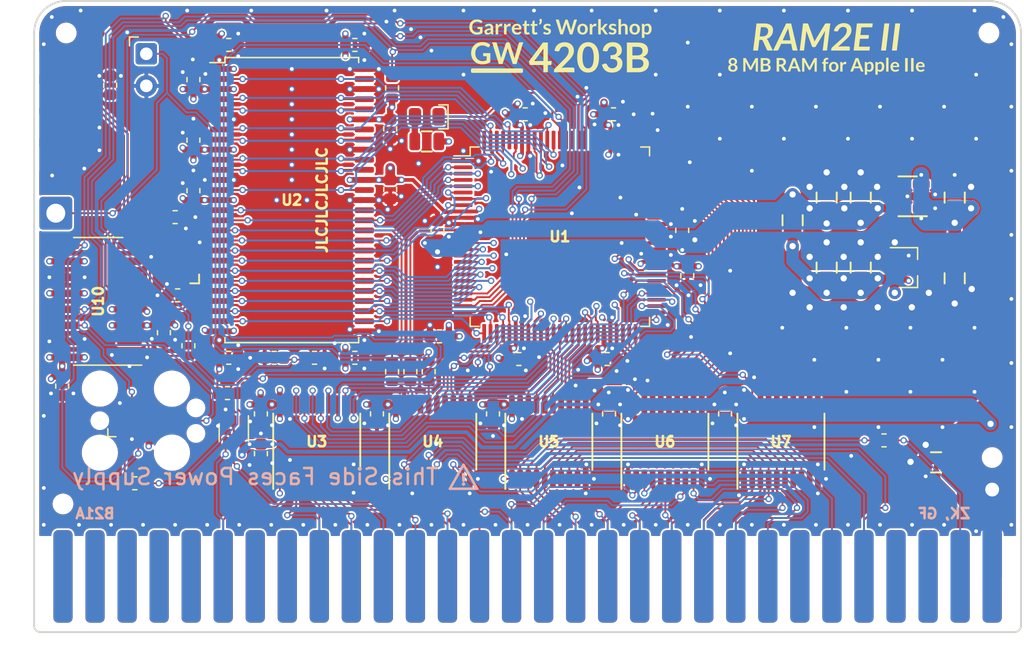
<source format=kicad_pcb>
(kicad_pcb (version 20221018) (generator pcbnew)

  (general
    (thickness 1.6108)
  )

  (paper "A4")
  (title_block
    (title "GW4203B (RAM2E II) - EPM240 / 5M240Z / AG256")
    (date "2024-04-24")
    (rev "2.1")
    (company "Garrett's Workshop")
  )

  (layers
    (0 "F.Cu" signal)
    (1 "In1.Cu" power)
    (2 "In2.Cu" power)
    (31 "B.Cu" signal)
    (32 "B.Adhes" user "B.Adhesive")
    (33 "F.Adhes" user "F.Adhesive")
    (34 "B.Paste" user)
    (35 "F.Paste" user)
    (36 "B.SilkS" user "B.Silkscreen")
    (37 "F.SilkS" user "F.Silkscreen")
    (38 "B.Mask" user)
    (39 "F.Mask" user)
    (40 "Dwgs.User" user "User.Drawings")
    (41 "Cmts.User" user "User.Comments")
    (42 "Eco1.User" user "User.Eco1")
    (43 "Eco2.User" user "User.Eco2")
    (44 "Edge.Cuts" user)
    (45 "Margin" user)
    (46 "B.CrtYd" user "B.Courtyard")
    (47 "F.CrtYd" user "F.Courtyard")
    (48 "B.Fab" user)
    (49 "F.Fab" user)
  )

  (setup
    (stackup
      (layer "F.SilkS" (type "Top Silk Screen"))
      (layer "F.Paste" (type "Top Solder Paste"))
      (layer "F.Mask" (type "Top Solder Mask") (thickness 0.01))
      (layer "F.Cu" (type "copper") (thickness 0.035))
      (layer "dielectric 1" (type "core") (thickness 0.2104) (material "FR4") (epsilon_r 4.6) (loss_tangent 0.02))
      (layer "In1.Cu" (type "copper") (thickness 0.0175))
      (layer "dielectric 2" (type "prepreg") (thickness 1.065) (material "FR4") (epsilon_r 4.5) (loss_tangent 0.02))
      (layer "In2.Cu" (type "copper") (thickness 0.0175))
      (layer "dielectric 3" (type "core") (thickness 0.2104) (material "FR4") (epsilon_r 4.6) (loss_tangent 0.02))
      (layer "B.Cu" (type "copper") (thickness 0.035))
      (layer "B.Mask" (type "Bottom Solder Mask") (thickness 0.01))
      (layer "B.Paste" (type "Bottom Solder Paste"))
      (layer "B.SilkS" (type "Bottom Silk Screen"))
      (copper_finish "None")
      (dielectric_constraints no)
    )
    (pad_to_mask_clearance 0.0762)
    (solder_mask_min_width 0.127)
    (pad_to_paste_clearance -0.0381)
    (pcbplotparams
      (layerselection 0x00010f8_ffffffff)
      (plot_on_all_layers_selection 0x0000000_00000000)
      (disableapertmacros false)
      (usegerberextensions true)
      (usegerberattributes false)
      (usegerberadvancedattributes false)
      (creategerberjobfile false)
      (dashed_line_dash_ratio 12.000000)
      (dashed_line_gap_ratio 3.000000)
      (svgprecision 4)
      (plotframeref false)
      (viasonmask false)
      (mode 1)
      (useauxorigin false)
      (hpglpennumber 1)
      (hpglpenspeed 20)
      (hpglpendiameter 15.000000)
      (dxfpolygonmode true)
      (dxfimperialunits true)
      (dxfusepcbnewfont true)
      (psnegative false)
      (psa4output false)
      (plotreference true)
      (plotvalue true)
      (plotinvisibletext false)
      (sketchpadsonfab false)
      (subtractmaskfromsilk true)
      (outputformat 1)
      (mirror false)
      (drillshape 0)
      (scaleselection 1)
      (outputdirectory "gerber/")
    )
  )

  (net 0 "")
  (net 1 "+5V")
  (net 2 "GND")
  (net 3 "/Vid7M")
  (net 4 "/~{SYNC}")
  (net 5 "/~{PRAS}")
  (net 6 "/VC")
  (net 7 "/~{C07X}")
  (net 8 "/~{WNDW}")
  (net 9 "/SEGA")
  (net 10 "/ROMEN1")
  (net 11 "/ROMEN2")
  (net 12 "/MD7")
  (net 13 "/MD6")
  (net 14 "/MD5")
  (net 15 "/MD4")
  (net 16 "/PHI0")
  (net 17 "/~{CLRGAT}")
  (net 18 "/~{80VID}")
  (net 19 "/~{PCAS}")
  (net 20 "/~{LDPS}")
  (net 21 "/R~{W}80")
  (net 22 "/PHI1")
  (net 23 "/~{CASEN}")
  (net 24 "/MD3")
  (net 25 "/MD2")
  (net 26 "/MD1")
  (net 27 "/MD0")
  (net 28 "/H0")
  (net 29 "/AN3")
  (net 30 "/~{EN80}")
  (net 31 "/~{ALTVID}")
  (net 32 "/~{SEROUT}")
  (net 33 "/~{ENVID}")
  (net 34 "/R~{W}")
  (net 35 "/Q3")
  (net 36 "/SEGB")
  (net 37 "/~{RA9}")
  (net 38 "/~{RA10}")
  (net 39 "/GR")
  (net 40 "/~{ENTMG}")
  (net 41 "/MA6")
  (net 42 "/MA5")
  (net 43 "/MA4")
  (net 44 "/MA3")
  (net 45 "/MA2")
  (net 46 "/MA1")
  (net 47 "/MA0")
  (net 48 "/MA7")
  (net 49 "/C7M")
  (net 50 "/C14M")
  (net 51 "/C3M58")
  (net 52 "/VD0")
  (net 53 "/VD1")
  (net 54 "/VD2")
  (net 55 "/VD3")
  (net 56 "/VD4")
  (net 57 "/VD5")
  (net 58 "/VD6")
  (net 59 "/VD7")
  (net 60 "+3V3")
  (net 61 "/TDI")
  (net 62 "Net-(D1-A)")
  (net 63 "Net-(U10-XO)")
  (net 64 "Net-(U10-XI)")
  (net 65 "/TMS")
  (net 66 "/TDO")
  (net 67 "/TCK")
  (net 68 "/RD5")
  (net 69 "/RD4")
  (net 70 "/RD3")
  (net 71 "/RD2")
  (net 72 "/RD7")
  (net 73 "/RD6")
  (net 74 "/RD0")
  (net 75 "/RD1")
  (net 76 "/DQMH")
  (net 77 "/~{WE}")
  (net 78 "/~{CAS}")
  (net 79 "/CKE")
  (net 80 "/~{RAS}")
  (net 81 "/BA0")
  (net 82 "/RA11")
  (net 83 "/~{CS}")
  (net 84 "/BA1")
  (net 85 "/RA9")
  (net 86 "/RA10")
  (net 87 "/RA8")
  (net 88 "/RA0")
  (net 89 "/RA7")
  (net 90 "/RA1")
  (net 91 "/RA6")
  (net 92 "/RA4")
  (net 93 "/RA3")
  (net 94 "/~{EN80}in")
  (net 95 "/RA5")
  (net 96 "/RA2")
  (net 97 "/R~{W}80in")
  (net 98 "/Ain5")
  (net 99 "/PHI1in")
  (net 100 "/Ain6")
  (net 101 "/USB5V")
  (net 102 "Net-(U4-B2)")
  (net 103 "Net-(U4-B0)")
  (net 104 "unconnected-(U1-IO2_61-Pad61)")
  (net 105 "/DQML")
  (net 106 "/~{C07X}in")
  (net 107 "/R~{W}in")
  (net 108 "/Ain0")
  (net 109 "/Ain1")
  (net 110 "/Ain2")
  (net 111 "/Ain3")
  (net 112 "/Ain4")
  (net 113 "/Ain7")
  (net 114 "/Din0")
  (net 115 "/Din1")
  (net 116 "/Din2")
  (net 117 "/Din3")
  (net 118 "/Din4")
  (net 119 "/Din5")
  (net 120 "/Din6")
  (net 121 "/Din7")
  (net 122 "/V~{OE}")
  (net 123 "/Vout7")
  (net 124 "/Vout6")
  (net 125 "/Vout5")
  (net 126 "/Vout4")
  (net 127 "/Vout3")
  (net 128 "/Vout2")
  (net 129 "/Vout1")
  (net 130 "/Vout0")
  (net 131 "/D~{OE}")
  (net 132 "/Dout0")
  (net 133 "/Dout1")
  (net 134 "/Dout2")
  (net 135 "/Dout3")
  (net 136 "/Dout4")
  (net 137 "/Dout5")
  (net 138 "/Dout6")
  (net 139 "/Dout7")
  (net 140 "/RCLK")
  (net 141 "/ACLK")
  (net 142 "unconnected-(U1-IO2_66-Pad66)")
  (net 143 "/~{FRCTXT}")
  (net 144 "unconnected-(U1-IO2_78-Pad78)")
  (net 145 "unconnected-(U1-IO2_81-Pad81)")
  (net 146 "unconnected-(U1-IO2_82-Pad82)")
  (net 147 "unconnected-(U1-IO2_83-Pad83)")
  (net 148 "/~{80VID}in")
  (net 149 "+1V8")
  (net 150 "unconnected-(U1-IO2_86-Pad86)")
  (net 151 "/C14MB")
  (net 152 "/C14MR")
  (net 153 "unconnected-(U4-B1-Pad17)")
  (net 154 "unconnected-(U9-NC-Pad4)")
  (net 155 "/LED")
  (net 156 "Net-(J2-D-)")
  (net 157 "unconnected-(J2-ID-Pad4)")
  (net 158 "/DHGR~{OE}")
  (net 159 "/UTCK")
  (net 160 "unconnected-(J5-Pin_6-Pad6)")
  (net 161 "unconnected-(J5-Pin_7-Pad7)")
  (net 162 "unconnected-(J5-Pin_8-Pad8)")
  (net 163 "Net-(J2-D+)")
  (net 164 "/TCKr")

  (footprint "stdpads:Fiducial" (layer "F.Cu") (at 203.2 129.54))

  (footprint "stdpads:Fiducial" (layer "F.Cu") (at 271.526 92.202))

  (footprint "stdpads:TSSOP-20_4.4x6.5mm_P0.65mm" (layer "F.Cu") (at 239.175 124.6))

  (footprint "stdpads:C_0603" (layer "F.Cu") (at 234.75 122.4 -90))

  (footprint "stdpads:C_0603" (layer "F.Cu") (at 253.15 122.4 -90))

  (footprint "stdpads:TSSOP-20_4.4x6.5mm_P0.65mm" (layer "F.Cu") (at 257.575 124.6))

  (footprint "stdpads:C_0603" (layer "F.Cu") (at 243.95 122.4 -90))

  (footprint "stdpads:TSSOP-20_4.4x6.5mm_P0.65mm" (layer "F.Cu") (at 220.775 124.6))

  (footprint "stdpads:TSSOP-20_4.4x6.5mm_P0.65mm" (layer "F.Cu") (at 248.375 124.6))

  (footprint "stdpads:AppleIIeAux_Edge" (layer "F.Cu") (at 237.49 135.382))

  (footprint "stdpads:TSSOP-20_4.4x6.5mm_P0.65mm" (layer "F.Cu") (at 229.975 124.6))

  (footprint "stdpads:C_0603" (layer "F.Cu") (at 225.55 122.4 -90))

  (footprint "stdpads:C_0603" (layer "F.Cu") (at 226.6 104.6 -90))

  (footprint "stdpads:C_0603" (layer "F.Cu") (at 211 100.7 90))

  (footprint "stdpads:C_0603" (layer "F.Cu") (at 211 95.9 90))

  (footprint "stdpads:C_0603" (layer "F.Cu") (at 237.3 98.65))

  (footprint "stdpads:C_0603" (layer "F.Cu") (at 244.3 98.65))

  (footprint "stdpads:C_0603" (layer "F.Cu") (at 243.8 118.05))

  (footprint "stdpads:C_0603" (layer "F.Cu") (at 236.8 118.05))

  (footprint "stdpads:C_0603" (layer "F.Cu") (at 249.75 107.85 90))

  (footprint "stdpads:C_0603" (layer "F.Cu") (at 230.35 107.85 90))

  (footprint "stdpads:C_0603" (layer "F.Cu") (at 211 104.7 90))

  (footprint "stdpads:C_0603" (layer "F.Cu") (at 226.6 99.8 -90))

  (footprint "stdpads:TSOP-II-54_22.2x10.16mm_P0.8mm" (layer "F.Cu") (at 218.8 105.45 -90))

  (footprint "stdpads:C_0603" (layer "F.Cu") (at 230.5 116.25 180))

  (footprint "stdpads:Fiducial" (layer "F.Cu") (at 203.454 92.202))

  (footprint "stdpads:PasteHole_1.1mm_PTH" (layer "F.Cu") (at 274.32 128.397))

  (footprint "stdpads:TQFP-100_14x14mm_P0.5mm" (layer "F.Cu") (at 240.05 108.35 -90))

  (footprint "stdpads:C_0805" (layer "F.Cu") (at 269.875 126.238 180))

  (footprint "stdpads:Fiducial" (layer "F.Cu") (at 270.129 129.286))

  (footprint "stdpads:C_0805" (layer "F.Cu") (at 271.35 111.65 -90))

  (footprint "stdpads:C_0603" (layer "F.Cu") (at 250.15 111.45 -90))

  (footprint "stdpads:C_0603" (layer "F.Cu") (at 223.8 93.15))

  (footprint "stdpads:PasteHole_1.152mm_NPTH" (layer "F.Cu") (at 200.66 129.54))

  (footprint "stdpads:PasteHole_1.152mm_NPTH" (layer "F.Cu") (at 200.914 92.202))

  (footprint "stdpads:PasteHole_1.152mm_NPTH" (layer "F.Cu") (at 274.066 92.202))

  (footprint "stdpads:PasteHole_1.152mm_NPTH" (layer "F.Cu") (at 274.32 125.857))

  (footprint "stdpads:C_0805" (layer "F.Cu") (at 263.9 110.8 90))

  (footprint "stdpads:SOT-23" (layer "F.Cu") (at 267.65 110.8 180))

  (footprint "stdpads:C_0805" (layer "F.Cu") (at 261.2 110.8 90))

  (footprint "stdpads:C_0603" (layer "F.Cu") (at 213.8 93.15))

  (footprint "stdpads:C_0603" (layer "F.Cu") (at 216.35 122.4 -90))

  (footprint "stdpads:C_0603" (layer "F.Cu")
    (tstamp 00000000-0000-0000-0000-00005f2ea09d)
    (at 213.8 117.95)
    (tags "capacitor")
    (property "LCSC Part" "C23630")
    (property "Sheetfile" "RAM2E.kicad_sch")
    (property "Sheetname" "")
    (property "ki_description" "Unpolarized capacitor, small symbol")
    (property "ki_keywords" "capacitor cap")
    (path "/00000000-0000-0000-0000-00005faec760")
    (solder_mask_margin 0.05)
    (solder_paste_margin -0.04)
    (attr smd)
    (fp_text reference "C24" (at 0 0) (layer "F.Fab")
        (effects (font (size 0.254 0.254) (thickness 0.0635)))
      (tstamp f9a4a553-5790-46b3-bc94-430dbef85765)
    )
    (fp_text value "2u2" (at 0 0.25) (layer "F.Fab")
        (effects (font (size 0.127 0.127) (thickness 0.03175)))
      (tstamp 12d25122-e0a3-4d69-9e02-f5db4812cb5a)
    )
    (fp_text user "${REFERENCE}" (at 0 0) (layer "F.SilkS") hide
        (effects (font (size 0.254 0.254) (thickness 0.0635)))
      (tstamp 67df948f-bcfb-4805-932d-024474b5d171)
    )
    (fp_line (start -0.162779 -0.51) (end 0.162779 -0.51)
      (stroke (width 0.12) (type solid)) (layer "F.SilkS") (tstamp 6e0bf127-c7de-4244-90f7-9774f8f3f007))
    (fp_line (start -0.162779 0.51) (end 0.162779 0.51)
      (stroke (width 0.12) (type solid)) (layer "F.SilkS") (tstamp 62d3e327-a6b4-42b9-917b-fd746406f869))
    (fp_line (start -1.4 -0.7) (end 1.4 -0.7)
      (stroke (width 0.05) (type solid)) (layer "F.CrtYd") (tstamp 6b34d647-0f7b-4094-a4f7-579ec6edbbdc))
    (fp_line (start -1.4 0.7) (end -1.4 -0.7)
      (stroke (width 0.05) (type solid)) (layer "F.CrtYd") (tstamp 2da05edb-f57c-4da8-899e-2b8acaf5efa5))
    (fp_line (start 1.4 -0.7) (end 1.4 0.7)
      (stroke (width 0.05) (type solid)) (layer "F.CrtYd") (tstamp 13636137-332b-4123-ac9f-fa5e0e2ec790))
    (fp_line (start 1.4 0.7) (end -1.4 0.7)
      (stroke (width 0.05) (type solid)) (layer "F.CrtYd") (tstamp 1ee2746d-fd67-4d8b-b685-50546331d98b))
    (fp_line (start -0.8 -0.4) (end 0.8 -0.4)
      (stroke (width 0.1) (type solid)) (layer "F.Fab") (tstamp e30f63f5-4beb-4e49-acf5-20e7f3917e64))
    (fp_line (start -0.8 0.4) (end -0.8 -0.4)
      (stroke (width 0.1) (type solid)) (layer "F.Fab") (tstamp 7ababded-fac7-41cf-b9dd-429a39434aef))
    (fp_line (start 0.8 -0.4) (end 0.8 0.4)
      (stroke (width 0.1) (type solid)) (layer "F.Fab") (tstamp 9f36a06b-6e73-4b30-b63d-7be31c78d51d))
    (fp_line (start 0.8 0.4) (end -0.8 0.4)
      (stroke (width 0.1) (type solid)) (layer "F.Fab") (tstamp ab5510b7-64ff-4944-9a3c-97de0627ab26))
    (pad "1" smd roundrect (at -0.75 0) (size 0.85 0.95) (layers "F.Cu" "
... [3579062 chars truncated]
</source>
